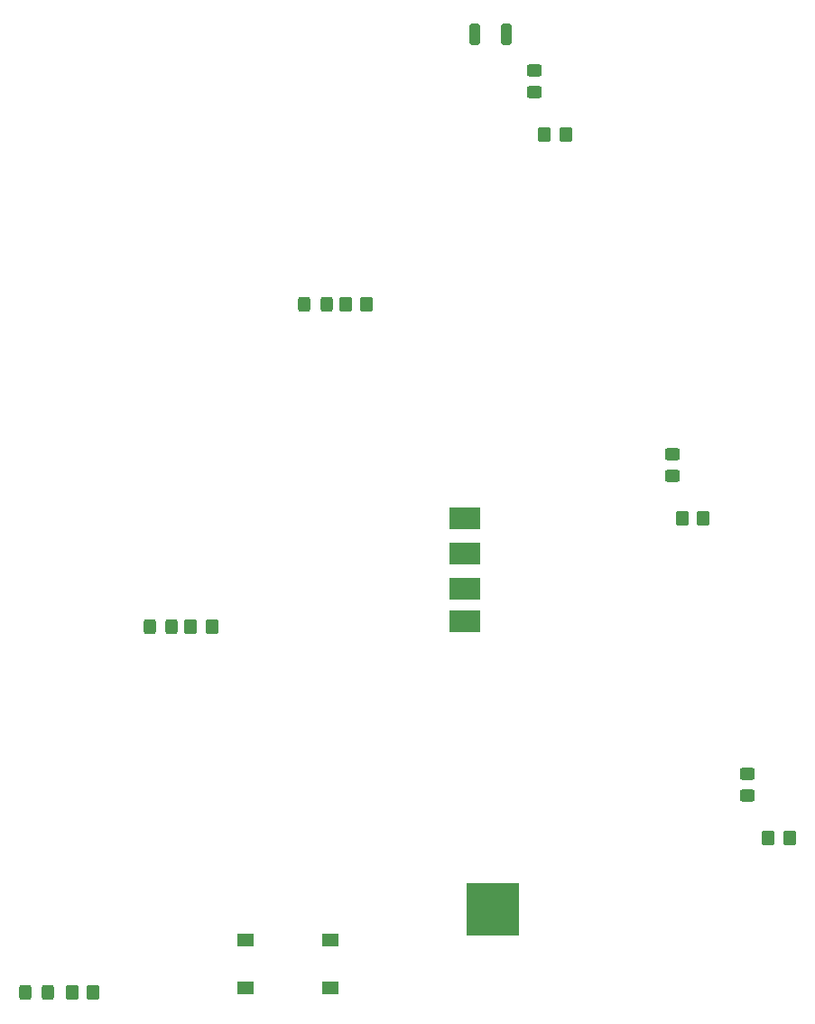
<source format=gtp>
G04 #@! TF.GenerationSoftware,KiCad,Pcbnew,7.0.8*
G04 #@! TF.CreationDate,2024-10-12T14:26:17+02:00*
G04 #@! TF.ProjectId,PCB_Christmas_Tree,5043425f-4368-4726-9973-746d61735f54,rev?*
G04 #@! TF.SameCoordinates,Original*
G04 #@! TF.FileFunction,Paste,Top*
G04 #@! TF.FilePolarity,Positive*
%FSLAX46Y46*%
G04 Gerber Fmt 4.6, Leading zero omitted, Abs format (unit mm)*
G04 Created by KiCad (PCBNEW 7.0.8) date 2024-10-12 14:26:17*
%MOMM*%
%LPD*%
G01*
G04 APERTURE LIST*
G04 Aperture macros list*
%AMRoundRect*
0 Rectangle with rounded corners*
0 $1 Rounding radius*
0 $2 $3 $4 $5 $6 $7 $8 $9 X,Y pos of 4 corners*
0 Add a 4 corners polygon primitive as box body*
4,1,4,$2,$3,$4,$5,$6,$7,$8,$9,$2,$3,0*
0 Add four circle primitives for the rounded corners*
1,1,$1+$1,$2,$3*
1,1,$1+$1,$4,$5*
1,1,$1+$1,$6,$7*
1,1,$1+$1,$8,$9*
0 Add four rect primitives between the rounded corners*
20,1,$1+$1,$2,$3,$4,$5,0*
20,1,$1+$1,$4,$5,$6,$7,0*
20,1,$1+$1,$6,$7,$8,$9,0*
20,1,$1+$1,$8,$9,$2,$3,0*%
G04 Aperture macros list end*
%ADD10RoundRect,0.250000X0.450000X-0.325000X0.450000X0.325000X-0.450000X0.325000X-0.450000X-0.325000X0*%
%ADD11R,1.550000X1.300000*%
%ADD12RoundRect,0.250000X0.325000X0.450000X-0.325000X0.450000X-0.325000X-0.450000X0.325000X-0.450000X0*%
%ADD13R,5.000000X5.000000*%
%ADD14R,3.000000X2.000000*%
%ADD15RoundRect,0.250000X-0.350000X-0.450000X0.350000X-0.450000X0.350000X0.450000X-0.350000X0.450000X0*%
%ADD16RoundRect,0.250000X-0.250000X-0.750000X0.250000X-0.750000X0.250000X0.750000X-0.250000X0.750000X0*%
G04 APERTURE END LIST*
D10*
X173630000Y-115625000D03*
X173630000Y-113575000D03*
D11*
X134567000Y-133613000D03*
X126617000Y-133613000D03*
X134567000Y-129113000D03*
X126617000Y-129113000D03*
D12*
X119670000Y-99740000D03*
X117620000Y-99740000D03*
D13*
X149815000Y-126227000D03*
D14*
X147130000Y-89568000D03*
X147130000Y-92870000D03*
X147130000Y-96172000D03*
X147130000Y-99220000D03*
D10*
X166630000Y-85625000D03*
X166630000Y-83575000D03*
D15*
X175630000Y-119600000D03*
X177630000Y-119600000D03*
X167542500Y-89600000D03*
X169542500Y-89600000D03*
X154630000Y-53600000D03*
X156630000Y-53600000D03*
D16*
X151039000Y-44241000D03*
D15*
X110288000Y-134030000D03*
X112288000Y-134030000D03*
D16*
X148118000Y-44241000D03*
D15*
X135942000Y-69514000D03*
X137942000Y-69514000D03*
D12*
X107995000Y-134030000D03*
X105945000Y-134030000D03*
X134157000Y-69514000D03*
X132107000Y-69514000D03*
D15*
X121445000Y-99740000D03*
X123445000Y-99740000D03*
D10*
X153630000Y-49625000D03*
X153630000Y-47575000D03*
M02*

</source>
